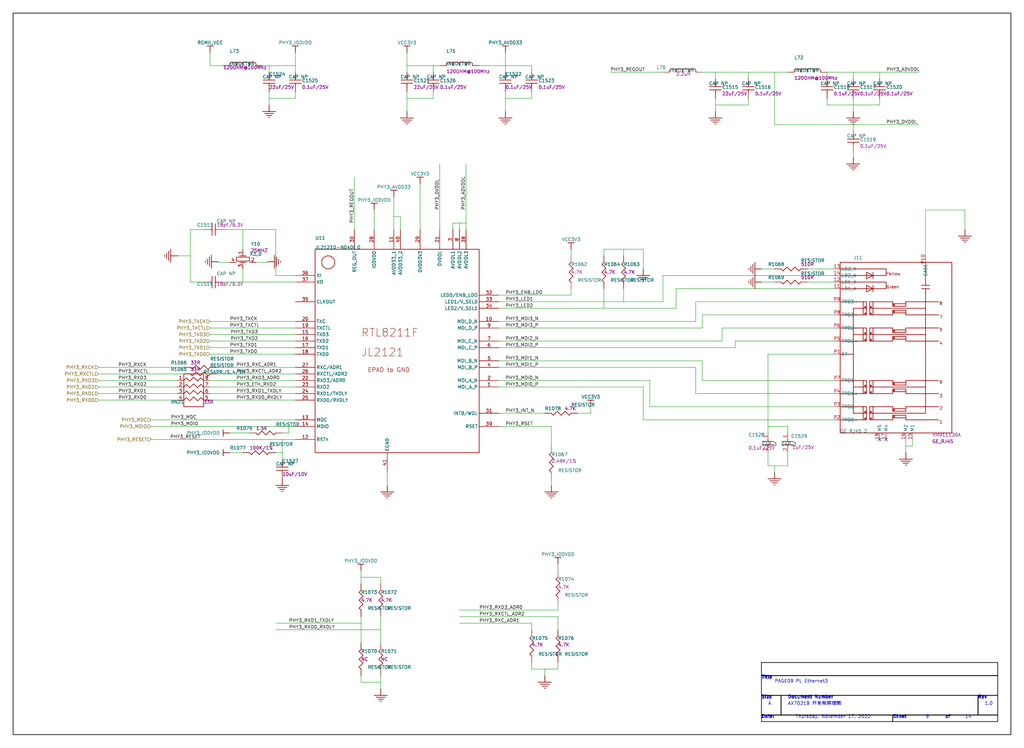
<source format=kicad_sch>
(kicad_sch (version 20231120) (generator "eeschema") (generator_version "8.0")
  (paper "User" 396.24 289.56)
  (title_block (title "PAGE09 PL Ethernet3"))
  (no_connect (at 342.9 170.18))
  (no_connect (at 340.36 170.18))
  (wire (pts (xy 38.1 149.86) (xy 68.58 149.86)))
  (wire (pts (xy 147.32 226.06) (xy 147.32 223.52)))
  (wire (pts (xy 269.24 152.4) (xy 322.58 152.4)))
  (wire (pts (xy 193.04 139.7) (xy 271.78 139.7)))
  (wire (pts (xy 38.1 144.78) (xy 71.12 144.78)))
  (wire (pts (xy 256.54 27.94) (xy 236.22 27.94)))
  (wire (pts (xy 193.04 160.02) (xy 210.82 160.02)))
  (wire (pts (xy 228.6 160.02) (xy 228.6 157.48)))
  (wire (pts (xy 193.04 134.62) (xy 284.48 134.62)))
  (wire (pts (xy 261.62 119.38) (xy 233.68 119.38)))
  (wire (pts (xy 81.28 137.16) (xy 114.3 137.16)))
  (wire (pts (xy 223.52 160.02) (xy 228.6 160.02)))
  (wire (pts (xy 358.14 99.06) (xy 358.14 81.28)))
  (wire (pts (xy 299.72 182.88) (xy 299.72 180.34)))
  (wire (pts (xy 78.74 109.22) (xy 73.66 109.22)))
  (wire (pts (xy 330.2 43.18) (xy 330.2 40.64)))
  (wire (pts (xy 330.2 40.64) (xy 330.2 38.1)))
  (wire (pts (xy 167.64 38.1) (xy 167.64 35.56)))
  (wire (pts (xy 215.9 220.98) (xy 215.9 218.44)))
  (wire (pts (xy 271.78 127) (xy 271.78 121.92)))
  (wire (pts (xy 271.78 147.32) (xy 322.58 147.32)))
  (wire (pts (xy 154.94 83.82) (xy 152.4 83.82)))
  (wire (pts (xy 213.36 187.96) (xy 213.36 185.42)))
  (wire (pts (xy 157.48 25.4) (xy 167.64 25.4)))
  (wire (pts (xy 241.3 116.84) (xy 241.3 111.76)))
  (wire (pts (xy 157.48 38.1) (xy 157.48 43.18)))
  (wire (pts (xy 180.34 63.5) (xy 180.34 86.36)))
  (wire (pts (xy 220.98 99.06) (xy 220.98 96.52)))
  (wire (pts (xy 330.2 48.26) (xy 355.6 48.26)))
  (wire (pts (xy 73.66 99.06) (xy 68.58 99.06)))
  (wire (pts (xy 279.4 127) (xy 322.58 127)))
  (wire (pts (xy 233.68 119.38) (xy 233.68 111.76)))
  (wire (pts (xy 297.18 180.34) (xy 297.18 175.26)))
  (wire (pts (xy 261.62 111.76) (xy 261.62 119.38)))
  (wire (pts (xy 297.18 165.1) (xy 297.18 137.16)))
  (wire (pts (xy 276.86 30.48) (xy 276.86 27.94)))
  (wire (pts (xy 177.8 241.3) (xy 205.74 241.3)))
  (wire (pts (xy 106.68 106.68) (xy 106.68 88.9)))
  (wire (pts (xy 81.28 149.86) (xy 114.3 149.86)))
  (wire (pts (xy 330.2 50.8) (xy 330.2 48.26)))
  (wire (pts (xy 241.3 96.52) (xy 241.3 99.06)))
  (wire (pts (xy 299.72 27.94) (xy 289.56 27.94)))
  (wire (pts (xy 147.32 243.84) (xy 147.32 238.76)))
  (wire (pts (xy 284.48 132.08) (xy 322.58 132.08)))
  (wire (pts (xy 251.46 157.48) (xy 322.58 157.48)))
  (wire (pts (xy 304.8 180.34) (xy 299.72 180.34)))
  (wire (pts (xy 193.04 149.86) (xy 248.92 149.86)))
  (wire (pts (xy 81.28 132.08) (xy 114.3 132.08)))
  (wire (pts (xy 38.1 154.94) (xy 68.58 154.94)))
  (wire (pts (xy 175.26 86.36) (xy 175.26 88.9)))
  (wire (pts (xy 193.04 142.24) (xy 269.24 142.24)))
  (wire (pts (xy 195.58 38.1) (xy 195.58 35.56)))
  (wire (pts (xy 81.28 152.4) (xy 114.3 152.4)))
  (wire (pts (xy 276.86 43.18) (xy 276.86 40.64)))
  (wire (pts (xy 111.76 167.64) (xy 111.76 165.1)))
  (wire (pts (xy 193.04 127) (xy 271.78 127)))
  (wire (pts (xy 139.7 223.52) (xy 139.7 220.98)))
  (wire (pts (xy 195.58 25.4) (xy 195.58 20.32)))
  (wire (pts (xy 152.4 83.82) (xy 152.4 76.2)))
  (wire (pts (xy 330.2 48.26) (xy 299.72 48.26)))
  (wire (pts (xy 83.82 142.24) (xy 114.3 142.24)))
  (wire (pts (xy 139.7 264.16) (xy 147.32 264.16)))
  (wire (pts (xy 299.72 104.14) (xy 294.64 104.14)))
  (wire (pts (xy 101.6 25.4) (xy 104.14 25.4)))
  (wire (pts (xy 106.68 241.3) (xy 139.7 241.3)))
  (wire (pts (xy 299.72 180.34) (xy 297.18 180.34)))
  (wire (pts (xy 157.48 25.4) (xy 157.48 20.32)))
  (wire (pts (xy 177.8 238.76) (xy 215.9 238.76)))
  (wire (pts (xy 177.8 86.36) (xy 175.26 86.36)))
  (wire (pts (xy 320.04 40.64) (xy 330.2 40.64)))
  (wire (pts (xy 322.58 111.76) (xy 261.62 111.76)))
  (wire (pts (xy 210.82 259.08) (xy 205.74 259.08)))
  (wire (pts (xy 38.1 142.24) (xy 71.12 142.24)))
  (wire (pts (xy 162.56 88.9) (xy 162.56 71.12)))
  (wire (pts (xy 114.3 106.68) (xy 106.68 106.68)))
  (wire (pts (xy 350.52 172.72) (xy 350.52 170.18)))
  (wire (pts (xy 144.78 88.9) (xy 144.78 81.28)))
  (wire (pts (xy 271.78 121.92) (xy 322.58 121.92)))
  (wire (pts (xy 93.98 88.9) (xy 93.98 96.52)))
  (wire (pts (xy 256.54 116.84) (xy 241.3 116.84)))
  (wire (pts (xy 233.68 99.06) (xy 233.68 96.52)))
  (wire (pts (xy 88.9 101.6) (xy 84.328 101.6)))
  (wire (pts (xy 114.3 109.22) (xy 93.98 109.22)))
  (wire (pts (xy 147.32 264.16) (xy 147.32 261.62)))
  (wire (pts (xy 322.58 104.14) (xy 312.42 104.14)))
  (wire (pts (xy 177.8 88.9) (xy 177.8 86.36)))
  (wire (pts (xy 215.9 243.84) (xy 215.9 238.76)))
  (wire (pts (xy 353.06 172.72) (xy 353.06 170.18)))
  (wire (pts (xy 241.3 96.52) (xy 248.92 96.52)))
  (wire (pts (xy 180.34 88.9) (xy 180.34 86.36)))
  (wire (pts (xy 157.48 38.1) (xy 167.64 38.1)))
  (wire (pts (xy 299.72 109.22) (xy 294.64 109.22)))
  (wire (pts (xy 358.14 81.28) (xy 373.38 81.28)))
  (wire (pts (xy 104.14 38.1) (xy 104.14 35.56)))
  (wire (pts (xy 58.42 170.18) (xy 109.22 170.18)))
  (wire (pts (xy 215.9 233.68) (xy 215.9 236.22)))
  (wire (pts (xy 157.48 27.94) (xy 157.48 25.4)))
  (wire (pts (xy 83.82 144.78) (xy 114.3 144.78)))
  (wire (pts (xy 205.74 259.08) (xy 205.74 256.54)))
  (wire (pts (xy 304.8 27.94) (xy 299.72 27.94)))
  (wire (pts (xy 340.36 30.48) (xy 340.36 27.94)))
  (wire (pts (xy 269.24 124.46) (xy 269.24 116.84)))
  (wire (pts (xy 109.22 175.26) (xy 109.22 170.18)))
  (wire (pts (xy 147.32 248.92) (xy 147.32 243.84)))
  (wire (pts (xy 322.58 162.56) (xy 248.92 162.56)))
  (wire (pts (xy 284.48 134.62) (xy 284.48 132.08)))
  (wire (pts (xy 104.14 25.4) (xy 114.3 25.4)))
  (wire (pts (xy 373.38 81.28) (xy 373.38 88.9)))
  (wire (pts (xy 322.58 106.68) (xy 256.54 106.68)))
  (wire (pts (xy 73.66 109.22) (xy 73.66 99.06)))
  (wire (pts (xy 58.42 165.1) (xy 111.76 165.1)))
  (wire (pts (xy 167.64 25.4) (xy 170.18 25.4)))
  (wire (pts (xy 269.24 116.84) (xy 322.58 116.84)))
  (wire (pts (xy 137.16 68.58) (xy 137.16 88.9)))
  (wire (pts (xy 180.34 86.36) (xy 177.8 86.36)))
  (wire (pts (xy 149.86 187.96) (xy 149.86 182.88)))
  (wire (pts (xy 81.28 124.46) (xy 114.3 124.46)))
  (wire (pts (xy 304.8 175.26) (xy 304.8 180.34)))
  (wire (pts (xy 304.8 165.1) (xy 297.18 165.1)))
  (wire (pts (xy 78.74 88.9) (xy 73.66 88.9)))
  (wire (pts (xy 152.4 88.9) (xy 152.4 83.82)))
  (wire (pts (xy 104.14 27.94) (xy 104.14 25.4)))
  (wire (pts (xy 157.48 35.56) (xy 157.48 38.1)))
  (wire (pts (xy 154.94 88.9) (xy 154.94 83.82)))
  (wire (pts (xy 330.2 40.64) (xy 340.36 40.64)))
  (wire (pts (xy 193.04 165.1) (xy 213.36 165.1)))
  (wire (pts (xy 84.328 101.6) (xy 84.328 101.346)))
  (wire (pts (xy 248.92 162.56) (xy 248.92 149.86)))
  (wire (pts (xy 103.632 101.6) (xy 103.632 101.346)))
  (wire (pts (xy 220.98 111.76) (xy 220.98 114.3)))
  (wire (pts (xy 215.9 256.54) (xy 215.9 259.08)))
  (wire (pts (xy 193.04 119.38) (xy 233.68 119.38)))
  (wire (pts (xy 177.8 236.22) (xy 215.9 236.22)))
  (wire (pts (xy 114.3 35.56) (xy 114.3 38.1)))
  (wire (pts (xy 304.8 167.64) (xy 304.8 165.1)))
  (wire (pts (xy 276.86 40.64) (xy 276.86 38.1)))
  (wire (pts (xy 93.98 88.9) (xy 86.36 88.9)))
  (wire (pts (xy 340.36 27.94) (xy 355.6 27.94)))
  (wire (pts (xy 93.98 109.22) (xy 86.36 109.22)))
  (wire (pts (xy 322.58 109.22) (xy 312.42 109.22)))
  (wire (pts (xy 340.36 40.64) (xy 340.36 38.1)))
  (wire (pts (xy 251.46 147.32) (xy 251.46 157.48)))
  (wire (pts (xy 289.56 30.48) (xy 289.56 27.94)))
  (wire (pts (xy 109.22 167.64) (xy 111.76 167.64)))
  (wire (pts (xy 205.74 25.4) (xy 195.58 25.4)))
  (wire (pts (xy 167.64 25.4) (xy 167.64 27.94)))
  (wire (pts (xy 38.1 147.32) (xy 68.58 147.32)))
  (wire (pts (xy 193.04 116.84) (xy 241.3 116.84)))
  (wire (pts (xy 193.04 124.46) (xy 269.24 124.46)))
  (wire (pts (xy 205.74 243.84) (xy 205.74 241.3)))
  (wire (pts (xy 320.04 38.1) (xy 320.04 40.64)))
  (wire (pts (xy 106.68 88.9) (xy 93.98 88.9)))
  (wire (pts (xy 350.52 172.72) (xy 353.06 172.72)))
  (wire (pts (xy 330.2 60.96) (xy 330.2 58.42)))
  (wire (pts (xy 279.4 132.08) (xy 279.4 127)))
  (wire (pts (xy 269.24 142.24) (xy 269.24 152.4)))
  (wire (pts (xy 289.56 38.1) (xy 289.56 40.64)))
  (wire (pts (xy 297.18 137.16) (xy 322.58 137.16)))
  (wire (pts (xy 73.66 88.9) (xy 73.66 99.06)))
  (wire (pts (xy 195.58 43.18) (xy 195.58 38.1)))
  (wire (pts (xy 114.3 25.4) (xy 114.3 20.32)))
  (wire (pts (xy 215.9 259.08) (xy 210.82 259.08)))
  (wire (pts (xy 233.68 96.52) (xy 241.3 96.52)))
  (wire (pts (xy 205.74 38.1) (xy 205.74 35.56)))
  (wire (pts (xy 139.7 226.06) (xy 139.7 223.52)))
  (wire (pts (xy 81.28 134.62) (xy 114.3 134.62)))
  (wire (pts (xy 147.32 223.52) (xy 139.7 223.52)))
  (wire (pts (xy 210.82 261.62) (xy 210.82 259.08)))
  (wire (pts (xy 170.18 63.5) (xy 170.18 88.9)))
  (wire (pts (xy 38.1 152.4) (xy 68.58 152.4)))
  (wire (pts (xy 299.72 48.26) (xy 299.72 27.94)))
  (wire (pts (xy 139.7 248.92) (xy 139.7 241.3)))
  (wire (pts (xy 114.3 25.4) (xy 114.3 27.94)))
  (wire (pts (xy 289.56 40.64) (xy 276.86 40.64)))
  (wire (pts (xy 320.04 30.48) (xy 320.04 27.94)))
  (wire (pts (xy 93.98 175.26) (xy 88.9 175.26)))
  (wire (pts (xy 81.28 25.4) (xy 81.28 20.32)))
  (wire (pts (xy 330.2 27.94) (xy 320.04 27.94)))
  (wire (pts (xy 96.52 167.64) (xy 88.9 167.64)))
  (wire (pts (xy 109.22 170.18) (xy 114.3 170.18)))
  (wire (pts (xy 106.68 243.84) (xy 147.32 243.84)))
  (wire (pts (xy 93.98 109.22) (xy 93.98 104.14)))
  (wire (pts (xy 297.18 167.64) (xy 297.18 165.1)))
  (wire (pts (xy 193.04 132.08) (xy 279.4 132.08)))
  (wire (pts (xy 109.22 177.8) (xy 109.22 175.26)))
  (wire (pts (xy 81.28 127) (xy 114.3 127)))
  (wire (pts (xy 81.28 147.32) (xy 114.3 147.32)))
  (wire (pts (xy 248.92 96.52) (xy 248.92 104.14)))
  (wire (pts (xy 256.54 106.68) (xy 256.54 116.84)))
  (wire (pts (xy 205.74 27.94) (xy 205.74 25.4)))
  (wire (pts (xy 147.32 266.7) (xy 147.32 264.16)))
  (wire (pts (xy 350.52 175.26) (xy 350.52 172.72)))
  (wire (pts (xy 86.36 25.4) (xy 81.28 25.4)))
  (wire (pts (xy 193.04 147.32) (xy 251.46 147.32)))
  (wire (pts (xy 289.56 27.94) (xy 276.86 27.94)))
  (wire (pts (xy 109.22 175.26) (xy 106.68 175.26)))
  (wire (pts (xy 114.3 38.1) (xy 104.14 38.1)))
  (wire (pts (xy 193.04 114.3) (xy 220.98 114.3)))
  (wire (pts (xy 139.7 241.3) (xy 139.7 238.76)))
  (wire (pts (xy 195.58 27.94) (xy 195.58 25.4)))
  (wire (pts (xy 104.14 40.64) (xy 104.14 38.1)))
  (wire (pts (xy 195.58 25.4) (xy 185.42 25.4)))
  (wire (pts (xy 330.2 27.94) (xy 330.2 30.48)))
  (wire (pts (xy 276.86 27.94) (xy 271.78 27.94)))
  (wire (pts (xy 213.36 172.72) (xy 213.36 165.1)))
  (wire (pts (xy 139.7 261.62) (xy 139.7 264.16)))
  (wire (pts (xy 114.3 165.1) (xy 111.76 165.1)))
  (wire (pts (xy 195.58 38.1) (xy 205.74 38.1)))
  (wire (pts (xy 81.28 154.94) (xy 114.3 154.94)))
  (wire (pts (xy 340.36 27.94) (xy 330.2 27.94)))
  (wire (pts (xy 271.78 139.7) (xy 271.78 147.32)))
  (wire (pts (xy 99.06 101.6) (xy 103.632 101.6)))
  (wire (pts (xy 58.42 162.56) (xy 114.3 162.56)))
  (wire (pts (xy 81.28 129.54) (xy 114.3 129.54)))
  (rectangle (start 386.08 276.86) (end 345.44 279.4) (stroke (width 0.254) (color 0 0 0 1)))
  (rectangle (start 345.44 276.86) (end 294.64 279.4) (stroke (width 0.254) (color 0 0 0 1)))
  (rectangle (start 378.46 269.24) (end 302.26 276.86) (stroke (width 0.254) (color 0 0 0 1)))
  (rectangle (start 386.08 256.54) (end 294.64 261.62) (stroke (width 0.254) (color 0 0 0 1)))
  (rectangle (start 391.16 5.08) (end 5.08 284.48) (stroke (width 0.254) (color 0 0 0 1)))
  (rectangle (start 302.26 269.24) (end 294.64 276.86) (stroke (width 0.254) (color 0 0 0 1)))
  (rectangle (start 386.08 269.24) (end 378.46 276.86) (stroke (width 0.254) (color 0 0 0 1)))
  (rectangle (start 386.08 261.62) (end 294.64 269.24) (stroke (width 0.254) (color 0 0 0 1)))
  (text "Size" (at 294.64 269.24 0) (effects (font (size 1.27 1.27)) (justify left top)))
  (text "of" (at 365.76 276.86 0) (effects (font (size 1.27 1.27)) (justify left top)))
  (text "Date:" (at 294.64 276.86 0) (effects (font (size 1.27 1.27)) (justify left top)))
  (text "Date:" (at 294.64 276.86 0) (effects (font (size 1.27 1.27)) (justify left top)))
  (text "Sheet" (at 345.44 276.86 0) (effects (font (size 1.27 1.27)) (justify left top)))
  (text "Title" (at 294.64 261.62 0) (effects (font (size 1.27 1.27)) (justify left top)))
  (text "Title" (at 294.64 261.62 0) (effects (font (size 1.27 1.27)) (justify left top)))
  (text "Rev" (at 378.46 269.24 0) (effects (font (size 1.27 1.27)) (justify left top)))
  (text "Document Number" (at 304.8 269.24 0) (effects (font (size 1.27 1.27)) (justify left top)))
  (text "Sheet" (at 345.44 276.86 0) (effects (font (size 1.27 1.27)) (justify left top)))
  (text "Rev" (at 378.46 269.24 0) (effects (font (size 1.27 1.27)) (justify left top)))
  (text "Document Number" (at 304.8 269.24 0) (effects (font (size 1.27 1.27)) (justify left top)))
  (text "Size" (at 294.64 269.24 0) (effects (font (size 1.27 1.27)) (justify left top)))
  (text "of" (at 365.76 276.86 0) (effects (font (size 1.27 1.27)) (justify left top)))
  (text "9" (at 358.14 276.86 0) (effects (font (size 1.27 1.27)) (justify left top)))
  (text "Document Number" (at 304.8 269.24 0) (effects (font (size 1.27 1.27)) (justify left top)))
  (text "A" (at 297.18 271.78 0) (effects (font (size 1.27 1.27)) (justify left top)))
  (text "Rev" (at 378.46 269.24 0) (effects (font (size 1.27 1.27)) (justify left top)))
  (text "Size" (at 294.64 269.24 0) (effects (font (size 1.27 1.27)) (justify left top)))
  (text "Document Number" (at 304.8 269.24 0) (effects (font (size 1.27 1.27)) (justify left top)))
  (text "Document Number" (at 304.8 269.24 0) (effects (font (size 1.27 1.27)) (justify left top)))
  (text "Title" (at 294.64 261.62 0) (effects (font (size 1.27 1.27)) (justify left top)))
  (text "Date:" (at 294.64 276.86 0) (effects (font (size 1.27 1.27)) (justify left top)))
  (text "Size" (at 294.64 269.24 0) (effects (font (size 1.27 1.27)) (justify left top)))
  (text "AX7021B 开发板原理图" (at 304.8 271.78 0) (effects (font (size 1.27 1.27)) (justify left top)))
  (text "Rev" (at 378.46 269.24 0) (effects (font (size 1.27 1.27)) (justify left top)))
  (text "1.0" (at 381 271.78 0) (effects (font (size 1.27 1.27)) (justify left top)))
  (text "Sheet" (at 345.44 276.86 0) (effects (font (size 1.27 1.27)) (justify left top)))
  (text "Document Number" (at 304.8 269.24 0) (effects (font (size 1.27 1.27)) (justify left top)))
  (text "Date:" (at 294.64 276.86 0) (effects (font (size 1.27 1.27)) (justify left top)))
  (text "of" (at 365.76 276.86 0) (effects (font (size 1.27 1.27)) (justify left top)))
  (text "PAGE09 PL Ethernet3" (at 299.72 263.144 0) (effects (font (size 1.27 1.27)) (justify left top)))
  (text "Sheet" (at 345.44 276.86 0) (effects (font (size 1.27 1.27)) (justify left top)))
  (text "Document Number" (at 304.8 269.24 0) (effects (font (size 1.27 1.27)) (justify left top)))
  (text "Rev" (at 378.46 269.24 0) (effects (font (size 1.27 1.27)) (justify left top)))
  (text "Title" (at 294.64 261.62 0) (effects (font (size 1.27 1.27)) (justify left top)))
  (text "Rev" (at 378.46 269.24 0) (effects (font (size 1.27 1.27)) (justify left top)))
  (text "of" (at 365.76 276.86 0) (effects (font (size 1.27 1.27)) (justify left top)))
  (text "of" (at 365.76 276.86 0) (effects (font (size 1.27 1.27)) (justify left top)))
  (text "of" (at 365.76 276.86 0) (effects (font (size 1.27 1.27)) (justify left top)))
  (text "Size" (at 294.64 269.24 0) (effects (font (size 1.27 1.27)) (justify left top)))
  (text "Size" (at 294.64 269.24 0) (effects (font (size 1.27 1.27)) (justify left top)))
  (text "Size" (at 294.64 269.24 0) (effects (font (size 1.27 1.27)) (justify left top)))
  (text "Sheet" (at 345.44 276.86 0) (effects (font (size 1.27 1.27)) (justify left top)))
  (text "Title" (at 294.64 261.62 0) (effects (font (size 1.27 1.27)) (justify left top)))
  (text "Sheet" (at 345.44 276.86 0) (effects (font (size 1.27 1.27)) (justify left top)))
  (text "Date:" (at 294.64 276.86 0) (effects (font (size 1.27 1.27)) (justify left top)))
  (text "Sheet" (at 345.44 276.86 0) (effects (font (size 1.27 1.27)) (justify left top)))
  (text "Sheet" (at 345.44 276.86 0) (effects (font (size 1.27 1.27)) (justify left top)))
  (text "Rev" (at 378.46 269.24 0) (effects (font (size 1.27 1.27)) (justify left top)))
  (text "of" (at 365.76 276.86 0) (effects (font (size 1.27 1.27)) (justify left top)))
  (text "Date:" (at 294.64 276.86 0) (effects (font (size 1.27 1.27)) (justify left top)))
  (text "Title" (at 294.64 261.62 0) (effects (font (size 1.27 1.27)) (justify left top)))
  (text "Size" (at 294.64 269.24 0) (effects (font (size 1.27 1.27)) (justify left top)))
  (text "Title" (at 294.64 261.62 0) (effects (font (size 1.27 1.27)) (justify left top)))
  (text "Thursday, November 17, 2022" (at 307.848 276.86 0) (effects (font (size 1.27 1.27)) (justify left top)))
  (text "Rev" (at 378.46 269.24 0) (effects (font (size 1.27 1.27)) (justify left top)))
  (text "Size" (at 294.64 269.24 0) (effects (font (size 1.27 1.27)) (justify left top)))
  (text "Date:" (at 294.64 276.86 0) (effects (font (size 1.27 1.27)) (justify left top)))
  (text "14" (at 373.38 276.86 0) (effects (font (size 1.27 1.27)) (justify left top)))
  (text "Title" (at 294.64 261.62 0) (effects (font (size 1.27 1.27)) (justify left top)))
  (text "Document Number" (at 304.8 269.24 0) (effects (font (size 1.27 1.27)) (justify left top)))
  (text "Date:" (at 294.64 276.86 0) (effects (font (size 1.27 1.27)) (justify left top)))
  (text "Document Number" (at 304.8 269.24 0) (effects (font (size 1.27 1.27)) (justify left top)))
  (text "of" (at 365.76 276.86 0) (effects (font (size 1.27 1.27)) (justify left top)))
  (text "Title" (at 294.64 261.62 0) (effects (font (size 1.27 1.27)) (justify left top)))
  (text "Date:" (at 294.64 276.86 0) (effects (font (size 1.27 1.27)) (justify left top)))
  (text "Sheet" (at 345.44 276.86 0) (effects (font (size 1.27 1.27)) (justify left top)))
  (text "Rev" (at 378.46 269.24 0) (effects (font (size 1.27 1.27)) (justify left top)))
  (text "of" (at 365.76 276.86 0) (effects (font (size 1.27 1.27)) (justify left top)))
  (label "PHY3_ENB_LDO" (at 195.58 114.3 0))
  (label "PHY3_TXCTL" (at 88.9 127 0))
  (label "PHY3_MDI3_P" (at 195.58 127 0))
  (label "PHY3_RXC_ADR1" (at 91.44 142.24 0))
  (label "PHY3_TXD1" (at 88.9 134.62 0))
  (label "PHY3_MDI2_N" (at 195.58 132.08 0))
  (label "PHY3_RXD0" (at 45.72 154.94 0))
  (label "PHY3_TXCK" (at 88.9 124.46 0))
  (label "PHY3_RSET" (at 195.58 165.1 0))
  (label "PHY3_REGOUT" (at 236.22 27.94 0))
  (label "PHY3_RXCTL_ADR2" (at 185.42 238.76 0))
  (label "PHY3_MDI1_N" (at 195.58 139.7 0))
  (label "PHY3_RXD0_RXDLY" (at 111.76 243.84 0))
  (label "PHY3_MDI1_P" (at 195.58 142.24 0))
  (label "PHY3_MDC" (at 66.04 162.56 0))
  (label "PHY3_TXD2" (at 89.154 132.08 0))
  (label "PHY3_RXD1" (at 45.72 152.4 0))
  (label "PHY3_LED1" (at 195.58 116.84 0))
  (label "PHY3_ETH_RXD2" (at 91.44 149.86 0))
  (label "PHY3_RXD1_TXDLY" (at 111.76 241.3 0))
  (label "PHY3_REGOUT" (at 137.16 86.36 90))
  (label "PHY3_RXCK" (at 45.72 142.24 0))
  (label "PHY3_RXD0_RXDLY" (at 91.44 154.94 0))
  (label "PHY3_INT_N" (at 195.58 160.02 0))
  (label "PHY3_DVDDL" (at 170.18 81.28 90))
  (label "PHY3_DVDDL" (at 342.9 48.26 0))
  (label "PHY3_RXD3" (at 45.72 147.32 0))
  (label "PHY3_RXD3_ADR0" (at 185.42 236.22 0))
  (label "PHY3_MDI0_P" (at 195.58 149.86 0))
  (label "PHY3_RXD3_ADR0" (at 91.44 147.32 0))
  (label "PHY3_TXD0" (at 88.9 137.16 0))
  (label "PHY3_MDI0_N" (at 195.58 147.32 0))
  (label "PHY3_RXC_ADR1" (at 185.42 241.3 0))
  (label "PHY3_RESET" (at 65.786 170.18 0))
  (label "PHY3_RXCTL" (at 45.72 144.78 0))
  (label "PHY3_RXCTL_ADR2" (at 91.44 144.78 0))
  (label "PHY3_MDI2_P" (at 195.58 134.62 0))
  (label "PHY3_TXD3" (at 89.154 129.54 0))
  (label "PHY3_ADVDDL" (at 180.34 81.28 90))
  (label "PHY3_MDI3_N" (at 195.58 124.46 0))
  (label "PHY3_LED2" (at 195.58 119.38 0))
  (label "PHY3_MDIO" (at 66.04 165.1 0))
  (label "PHY3_RXD1_TXDLY" (at 91.44 152.4 0))
  (label "PHY3_ADVDDL" (at 342.9 27.94 0))
  (label "PHY3_RXD2" (at 45.72 149.86 0))
  (hierarchical_label "PHY3_TXCK" (shape input) (at 81.28 124.46 180))
  (hierarchical_label "PHY3_RESET" (shape input) (at 58.42 170.18 180))
  (hierarchical_label "PHY3_RXD3" (shape input) (at 38.1 147.32 180))
  (hierarchical_label "PHY3_TXD2" (shape input) (at 81.28 132.08 180))
  (hierarchical_label "PHY3_RXCK" (shape input) (at 38.1 142.24 180))
  (hierarchical_label "PHY3_MDC" (shape input) (at 58.42 162.56 180))
  (hierarchical_label "PHY3_RXD0" (shape input) (at 38.1 154.94 180))
  (hierarchical_label "PHY3_RXCTL" (shape input) (at 38.1 144.78 180))
  (hierarchical_label "PHY3_TXD0" (shape input) (at 81.28 137.16 180))
  (hierarchical_label "PHY3_TXCTL" (shape input) (at 81.28 127 180))
  (hierarchical_label "PHY3_TXD1" (shape input) (at 81.28 134.62 180))
  (hierarchical_label "PHY3_RXD1" (shape input) (at 38.1 152.4 180))
  (hierarchical_label "PHY3_TXD3" (shape input) (at 81.28 129.54 180))
  (hierarchical_label "PHY3_RXD2" (shape input) (at 38.1 149.86 180))
  (hierarchical_label "PHY3_MDIO" (shape input) (at 58.42 165.1 180))
  (symbol (lib_id "getting sheets-altium-import:VCC3V3_BAR") (at 157.48 20.32 180) (unit 1)
    (property "Reference" "#PWR?" (effects (hide yes)))
    (property "Value" "VCC3V3" (at 157.48 16.51 0))
  )
  (symbol (lib_id "getting sheets-altium-import:GND_POWER_GROUND") (at 213.36 187.96 0) (unit 1)
    (property "Reference" "#PWR?" (effects (hide yes)))
    (property "Value" "GND" (effects (hide yes)))
  )
  (symbol (lib_id "getting sheets-altium-import:GND_POWER_GROUND") (at 330.2 60.96 0) (unit 1)
    (property "Reference" "#PWR?" (effects (hide yes)))
    (property "Value" "GND" (effects (hide yes)))
  )
  (symbol (lib_id "getting sheets-altium-import:VCC3V3_BAR") (at 162.56 71.12 180) (unit 1)
    (property "Reference" "#PWR?" (effects (hide yes)))
    (property "Value" "VCC3V3" (at 162.56 67.31 0))
  )
  (symbol (lib_id "getting sheets-altium-import:root_3_CAP NP") (at 83.82 106.68 0) (unit 1)
    (property "Reference" "C1514" (at 76.2 109.22 0) (effects (justify left top)))
    (property "Value" "CAP NP" (at 83.82 106.68 0) (effects (justify left bottom)))
    (property "SYMBOL" "CAP NP" (effects (hide yes)))
    (property "DEVICE" "CAP NP" (effects (hide yes)))
    (property "PCB FOOTPRINT" "C0402" (effects (hide yes)))
    (property "SOURCE PACKAGE" "CAP NP" (effects (hide yes)))
    (property "PRIMITIVE" "DEFAULT" (effects (hide yes)))
    (property "VA" "电容" (effects (hide yes)))
    (property "ALTIUM_VALUE" "18pF/6.3V" (at 83.82 109.22 0) (effects (justify left top)))
    (property "IMPLEMENTATION TYPE" "<none>" (effects (hide yes)))
    (property "POWER PINS VISIBLE" "False" (effects (hide yes)))
    (property "ADD INTO BOM" "yes" (effects (hide yes)))
    (property "CONVERT TO PCB" "yes" (effects (hide yes)))
    (property "ORIGIN FOOTPRINT" "C0402" (effects (hide yes)))
  )
  (symbol (lib_id "getting sheets-altium-import:GND_POWER_GROUND") (at 294.64 104.14 270) (unit 1)
    (property "Reference" "#PWR?" (effects (hide yes)))
    (property "Value" "GND" (effects (hide yes)))
  )
  (symbol (lib_id "getting sheets-altium-import:VCC3V3_BAR") (at 228.6 157.48 180) (unit 1)
    (property "Reference" "#PWR?" (effects (hide yes)))
    (property "Value" "VCC3V3" (at 228.6 153.67 0))
  )
  (symbol (lib_id "getting sheets-altium-import:RGMII_VCC_BAR") (at 81.28 20.32 180) (unit 1)
    (property "Reference" "#PWR?" (effects (hide yes)))
    (property "Value" "RGMII_VCC" (at 81.28 16.51 0))
  )
  (symbol (lib_id "getting sheets-altium-import:root_0_CAP NP") (at 317.5 33.02 0) (unit 1)
    (property "Reference" "C1518" (at 322.58 33.02 0) (effects (justify left top)))
    (property "Value" "CAP NP" (at 317.5 33.02 0) (effects (justify left bottom)))
    (property "SYMBOL" "CAP NP" (effects (hide yes)))
    (property "DEVICE" "CAP NP" (effects (hide yes)))
    (property "PCB FOOTPRINT" "C0402" (effects (hide yes)))
    (property "SOURCE PACKAGE" "CAP NP" (effects (hide yes)))
    (property "PRIMITIVE" "DEFAULT" (effects (hide yes)))
    (property "VA" "电容" (effects (hide yes)))
    (property "ALTIUM_VALUE" "0.1uF/25V" (at 322.58 35.56 0) (effects (justify left top)))
    (property "IMPLEMENTATION TYPE" "<none>" (effects (hide yes)))
    (property "POWER PINS VISIBLE" "False" (effects (hide yes)))
    (property "ADD INTO BOM" "yes" (effects (hide yes)))
    (property "CONVERT TO PCB" "yes" (effects (hide yes)))
    (property "ORIGIN FOOTPRINT" "C0402" (effects (hide yes)))
  )
  (symbol (lib_id "getting sheets-altium-import:root_2_RESISTOR") (at 142.24 259.08 0) (unit 1)
    (property "Reference" "R1070" (at 139.7 251.46 0) (effects (justify left top)))
    (property "Value" "RESISTOR" (at 142.24 259.08 0) (effects (justify left bottom)))
    (property "SYMBOL" "RESISTOR" (effects (hide yes)))
    (property "DEVICE" "RESISTOR" (effects (hide yes)))
    (property "PCB FOOTPRINT" "R0402" (effects (hide yes)))
    (property "SOURCE PACKAGE" "RESISTOR" (effects (hide yes)))
    (property "PRIMITIVE" "DEFAULT" (effects (hide yes)))
    (property "VA" "电阻" (effects (hide yes)))
    (property "ALTIUM_VALUE" "NC" (at 139.7 254.508 0) (effects (justify left top)))
    (property "IMPLEMENTATION TYPE" "<none>" (effects (hide yes)))
    (property "POWER PINS VISIBLE" "False" (effects (hide yes)))
    (property "ADD INTO BOM" "yes" (effects (hide yes)))
    (property "CONVERT TO PCB" "yes" (effects (hide yes)))
    (property "ORIGIN FOOTPRINT" "R0402" (effects (hide yes)))
  )
  (symbol (lib_id "getting sheets-altium-import:root_3_RESISTOR") (at 104.14 172.72 0) (unit 1)
    (property "Reference" "R1077" (at 88.9 172.72 0) (effects (justify left top)))
    (property "Value" "RESISTOR" (at 104.14 172.72 0) (effects (justify left bottom)))
    (property "SYMBOL" "RESISTOR" (effects (hide yes)))
    (property "DEVICE" "RESISTOR" (effects (hide yes)))
    (property "PCB FOOTPRINT" "R0402" (effects (hide yes)))
    (property "SOURCE PACKAGE" "RESISTOR" (effects (hide yes)))
    (property "PRIMITIVE" "DEFAULT" (effects (hide yes)))
    (property "VA" "电阻" (effects (hide yes)))
    (property "ALTIUM_VALUE" "100K/1%" (at 96.52 172.72 0) (effects (justify left top)))
    (property "IMPLEMENTATION TYPE" "<none>" (effects (hide yes)))
    (property "POWER PINS VISIBLE" "False" (effects (hide yes)))
    (property "ADD INTO BOM" "yes" (effects (hide yes)))
    (property "CONVERT TO PCB" "yes" (effects (hide yes)))
    (property "ORIGIN FOOTPRINT" "R0402" (effects (hide yes)))
  )
  (symbol (lib_id "getting sheets-altium-import:root_1_INDUCTOR") (at 88.9 25.4 0) (unit 1)
    (property "Reference" "L73" (at 88.9 19.05 0) (effects (justify left top)))
    (property "Value" "INDUCTOR" (at 88.9 25.4 0) (effects (justify left bottom)))
    (property "SYMBOL" "INDUCTOR" (effects (hide yes)))
    (property "DEVICE" "INDUCTOR" (effects (hide yes)))
    (property "PCB FOOTPRINT" "L0603" (effects (hide yes)))
    (property "SOURCE PACKAGE" "INDUCTOR" (effects (hide yes)))
    (property "PRIMITIVE" "DEFAULT" (effects (hide yes)))
    (property "VA" "磁珠" (effects (hide yes)))
    (property "ALTIUM_VALUE" "120OHM@100Mhz" (at 86.36 25.4 0) (effects (justify left top)))
    (property "IMPLEMENTATION TYPE" "<none>" (effects (hide yes)))
    (property "POWER PINS VISIBLE" "False" (effects (hide yes)))
    (property "ADD INTO BOM" "yes" (effects (hide yes)))
    (property "CONVERT TO PCB" "yes" (effects (hide yes)))
    (property "ORIGIN FOOTPRINT" "L0603" (effects (hide yes)))
  )
  (symbol (lib_id "getting sheets-altium-import:PHY3_IODVDD_BAR") (at 139.7 220.98 180) (unit 1)
    (property "Reference" "#PWR?" (effects (hide yes)))
    (property "Value" "PHY3_IODVDD" (at 139.7 217.17 0))
  )
  (symbol (lib_id "getting sheets-altium-import:root_0_CAP NP") (at 193.04 30.48 0) (unit 1)
    (property "Reference" "C1522" (at 195.58 27.94 0) (effects (justify left top)))
    (property "Value" "CAP NP" (at 193.04 30.48 0) (effects (justify left bottom)))
    (property "SYMBOL" "CAP NP" (effects (hide yes)))
    (property "DEVICE" "CAP NP" (effects (hide yes)))
    (property "PCB FOOTPRINT" "C0402" (effects (hide yes)))
    (property "SOURCE PACKAGE" "CAP NP" (effects (hide yes)))
    (property "PRIMITIVE" "DEFAULT" (effects (hide yes)))
    (property "VA" "电容" (effects (hide yes)))
    (property "ALTIUM_VALUE" "0.1uF/25V" (at 195.58 33.02 0) (effects (justify left top)))
    (property "IMPLEMENTATION TYPE" "<none>" (effects (hide yes)))
    (property "POWER PINS VISIBLE" "False" (effects (hide yes)))
    (property "ADD INTO BOM" "yes" (effects (hide yes)))
    (property "CONVERT TO PCB" "yes" (effects (hide yes)))
    (property "ORIGIN FOOTPRINT" "C0402" (effects (hide yes)))
  )
  (symbol (lib_id "getting sheets-altium-import:root_3_RESISTOR") (at 309.88 101.6 0) (unit 1)
    (property "Reference" "R1068" (at 297.18 101.6 0) (effects (justify left top)))
    (property "Value" "RESISTOR" (at 309.88 101.6 0) (effects (justify left bottom)))
    (property "SYMBOL" "RESISTOR" (effects (hide yes)))
    (property "DEVICE" "RESISTOR" (effects (hide yes)))
    (property "PCB FOOTPRINT" "R0402" (effects (hide yes)))
    (property "SOURCE PACKAGE" "RESISTOR" (effects (hide yes)))
    (property "PRIMITIVE" "DEFAULT" (effects (hide yes)))
    (property "VA" "电阻" (effects (hide yes)))
    (property "ALTIUM_VALUE" "510R" (at 309.88 101.6 0) (effects (justify left top)))
    (property "IMPLEMENTATION TYPE" "<none>" (effects (hide yes)))
    (property "POWER PINS VISIBLE" "False" (effects (hide yes)))
    (property "ADD INTO BOM" "yes" (effects (hide yes)))
    (property "CONVERT TO PCB" "yes" (effects (hide yes)))
    (property "ORIGIN FOOTPRINT" "R0402" (effects (hide yes)))
  )
  (symbol (lib_id "getting sheets-altium-import:root_2_RESISTOR") (at 243.84 109.22 0) (unit 1)
    (property "Reference" "R1063" (at 241.3 101.6 0) (effects (justify left top)))
    (property "Value" "RESISTOR" (at 243.84 109.22 0) (effects (justify left bottom)))
    (property "SYMBOL" "RESISTOR" (effects (hide yes)))
    (property "DEVICE" "RESISTOR" (effects (hide yes)))
    (property "PCB FOOTPRINT" "R0402" (effects (hide yes)))
    (property "SOURCE PACKAGE" "RESISTOR" (effects (hide yes)))
    (property "PRIMITIVE" "DEFAULT" (effects (hide yes)))
    (property "VA" "电阻" (effects (hide yes)))
    (property "ALTIUM_VALUE" "4.7K" (at 241.3 104.648 0) (effects (justify left top)))
    (property "IMPLEMENTATION TYPE" "<none>" (effects (hide yes)))
    (property "POWER PINS VISIBLE" "False" (effects (hide yes)))
    (property "ADD INTO BOM" "yes" (effects (hide yes)))
    (property "CONVERT TO PCB" "yes" (effects (hide yes)))
    (property "ORIGIN FOOTPRINT" "R0402" (effects (hide yes)))
  )
  (symbol (lib_id "getting sheets-altium-import:root_2_RESISTOR") (at 208.28 254 0) (unit 1)
    (property "Reference" "R1075" (at 205.74 246.38 0) (effects (justify left top)))
    (property "Value" "RESISTOR" (at 208.28 254 0) (effects (justify left bottom)))
    (property "SYMBOL" "RESISTOR" (effects (hide yes)))
    (property "DEVICE" "RESISTOR" (effects (hide yes)))
    (property "PCB FOOTPRINT" "R0402" (effects (hide yes)))
    (property "SOURCE PACKAGE" "RESISTOR" (effects (hide yes)))
    (property "PRIMITIVE" "DEFAULT" (effects (hide yes)))
    (property "VA" "电阻" (effects (hide yes)))
    (property "ALTIUM_VALUE" "4.7K" (at 205.74 248.92 0) (effects (justify left top)))
    (property "IMPLEMENTATION TYPE" "<none>" (effects (hide yes)))
    (property "POWER PINS VISIBLE" "False" (effects (hide yes)))
    (property "ADD INTO BOM" "yes" (effects (hide yes)))
    (property "CONVERT TO PCB" "yes" (effects (hide yes)))
    (property "ORIGIN FOOTPRINT" "R0402" (effects (hide yes)))
  )
  (symbol (lib_id "getting sheets-altium-import:GND_POWER_GROUND") (at 294.64 109.22 270) (unit 1)
    (property "Reference" "#PWR?" (effects (hide yes)))
    (property "Value" "GND" (effects (hide yes)))
  )
  (symbol (lib_id "getting sheets-altium-import:root_3_RESISTOR") (at 309.88 106.68 0) (unit 1)
    (property "Reference" "R1069" (at 297.18 106.68 0) (effects (justify left top)))
    (property "Value" "RESISTOR" (at 309.88 106.68 0) (effects (justify left bottom)))
    (property "SYMBOL" "RESISTOR" (effects (hide yes)))
    (property "DEVICE" "RESISTOR" (effects (hide yes)))
    (property "PCB FOOTPRINT" "R0402" (effects (hide yes)))
    (property "SOURCE PACKAGE" "RESISTOR" (effects (hide yes)))
    (property "PRIMITIVE" "DEFAULT" (effects (hide yes)))
    (property "VA" "电阻" (effects (hide yes)))
    (property "ALTIUM_VALUE" "510R" (at 309.88 106.68 0) (effects (justify left top)))
    (property "IMPLEMENTATION TYPE" "<none>" (effects (hide yes)))
    (property "POWER PINS VISIBLE" "False" (effects (hide yes)))
    (property "ADD INTO BOM" "yes" (effects (hide yes)))
    (property "CONVERT TO PCB" "yes" (effects (hide yes)))
    (property "ORIGIN FOOTPRINT" "R0402" (effects (hide yes)))
  )
  (symbol (lib_id "getting sheets-altium-import:root_0_CAP NP") (at 274.32 33.02 0) (unit 1)
    (property "Reference" "C1515" (at 279.4 33.02 0) (effects (justify left top)))
    (property "Value" "CAP NP" (at 274.32 33.02 0) (effects (justify left bottom)))
    (property "SYMBOL" "CAP NP" (effects (hide yes)))
    (property "DEVICE" "CAP NP" (effects (hide yes)))
    (property "PCB FOOTPRINT" "C0805" (effects (hide yes)))
    (property "SOURCE PACKAGE" "CAP NP" (effects (hide yes)))
    (property "PRIMITIVE" "DEFAULT" (effects (hide yes)))
    (property "VA" "电容" (effects (hide yes)))
    (property "ALTIUM_VALUE" "22uF/25V" (at 279.4 35.56 0) (effects (justify left top)))
    (property "IMPLEMENTATION TYPE" "<none>" (effects (hide yes)))
    (property "POWER PINS VISIBLE" "False" (effects (hide yes)))
    (property "ADD INTO BOM" "yes" (effects (hide yes)))
    (property "CONVERT TO PCB" "yes" (effects (hide yes)))
    (property "ORIGIN FOOTPRINT" "C0805" (effects (hide yes)))
  )
  (symbol (lib_id "getting sheets-altium-import:PHY3_IODVDD_BAR") (at 114.3 20.32 180) (unit 1)
    (property "Reference" "#PWR?" (effects (hide yes)))
    (property "Value" "PHY3_IODVDD" (at 114.3 16.51 0))
  )
  (symbol (lib_id "getting sheets-altium-import:GND_POWER_GROUND") (at 195.58 43.18 0) (unit 1)
    (property "Reference" "#PWR?" (effects (hide yes)))
    (property "Value" "GND" (effects (hide yes)))
  )
  (symbol (lib_id "getting sheets-altium-import:root_1_INDUCTOR") (at 259.08 27.94 0) (unit 1)
    (property "Reference" "L70" (at 254 25.4 0) (effects (justify left top)))
    (property "Value" "INDUCTOR" (at 259.08 27.94 0) (effects (justify left bottom)))
    (property "SYMBOL" "INDUCTOR" (effects (hide yes)))
    (property "DEVICE" "INDUCTOR" (effects (hide yes)))
    (property "PCB FOOTPRINT" "LVS303010" (effects (hide yes)))
    (property "SOURCE PACKAGE" "INDUCTOR" (effects (hide yes)))
    (property "PRIMITIVE" "DEFAULT" (effects (hide yes)))
    (property "VA" "电感" (effects (hide yes)))
    (property "ALTIUM_VALUE" "2.2uH" (at 261.62 27.94 0) (effects (justify left top)))
    (property "IMPLEMENTATION TYPE" "<none>" (effects (hide yes)))
    (property "POWER PINS VISIBLE" "False" (effects (hide yes)))
    (property "ADD INTO BOM" "yes" (effects (hide yes)))
    (property "CONVERT TO PCB" "yes" (effects (hide yes)))
    (property "ORIGIN FOOTPRINT" "LVS303010" (effects (hide yes)))
  )
  (symbol (lib_id "getting sheets-altium-import:PHY3_AVDD33_BAR") (at 195.58 20.32 180) (unit 1)
    (property "Reference" "#PWR?" (effects (hide yes)))
    (property "Value" "PHY3_AVDD33" (at 195.58 16.51 0))
  )
  (symbol (lib_id "getting sheets-altium-import:root_2_RESISTOR") (at 149.86 236.22 0) (unit 1)
    (property "Reference" "R1072" (at 147.32 228.6 0) (effects (justify left top)))
    (property "Value" "RESISTOR" (at 149.86 236.22 0) (effects (justify left bottom)))
    (property "SYMBOL" "RESISTOR" (effects (hide yes)))
    (property "DEVICE" "RESISTOR" (effects (hide yes)))
    (property "PCB FOOTPRINT" "R0402" (effects (hide yes)))
    (property "SOURCE PACKAGE" "RESISTOR" (effects (hide yes)))
    (property "PRIMITIVE" "DEFAULT" (effects (hide yes)))
    (property "VA" "电阻" (effects (hide yes)))
    (property "ALTIUM_VALUE" "4.7K" (at 147.32 231.648 0) (effects (justify left top)))
    (property "IMPLEMENTATION TYPE" "<none>" (effects (hide yes)))
    (property "POWER PINS VISIBLE" "False" (effects (hide yes)))
    (property "ADD INTO BOM" "yes" (effects (hide yes)))
    (property "CONVERT TO PCB" "yes" (effects (hide yes)))
    (property "ORIGIN FOOTPRINT" "R0402" (effects (hide yes)))
  )
  (symbol (lib_id "getting sheets-altium-import:root_2_mirrored_GE_RJ45_2") (at 325.12 167.64 0) (unit 1)
    (property "Reference" "J11" (at 330.2 99.06 0) (effects (justify left top)))
    (property "Value" "GE_RJ45_2" (at 325.12 167.64 0) (effects (justify left bottom)))
    (property "SYMBOL" "GE_RJ45_2" (effects (hide yes)))
    (property "DEVICE" "GE_RJ45_2" (effects (hide yes)))
    (property "PCB FOOTPRINT" "GE_RJ45" (at 360.68 170.18 0) (effects (justify left top)))
    (property "SOURCE PACKAGE" "GE_RJ45_2" (effects (hide yes)))
    (property "PRIMITIVE" "DEFAULT" (effects (hide yes)))
    (property "VA" "网口插件" (effects (hide yes)))
    (property "ALTIUM_VALUE" "HR911130A" (at 360.68 167.64 0) (effects (justify left top)))
    (property "IMPLEMENTATION TYPE" "<none>" (effects (hide yes)))
    (property "POWER PINS VISIBLE" "False" (effects (hide yes)))
    (property "CODE" "NSCN000056" (effects (hide yes)))
    (property "ADD INTO BOM" "yes" (effects (hide yes)))
    (property "CONVERT TO PCB" "yes" (effects (hide yes)))
    (property "ORIGIN FOOTPRINT" "GE_RJ45" (at 360.68 170.18 0) (effects (justify left top)))
  )
  (symbol (lib_id "getting sheets-altium-import:root_0_mirrored_X3_0") (at 96.52 99.06 0) (unit 1)
    (property "Reference" "Y10" (at 97.028 93.726 0) (effects (justify left top)))
    (property "Value" "X3_0" (at 96.52 99.06 0) (effects (justify left bottom)))
    (property "SYMBOL" "X3_0" (effects (hide yes)))
    (property "DEVICE" "X3_0" (effects (hide yes)))
    (property "PCB FOOTPRINT" "OSC3225" (effects (hide yes)))
    (property "SOURCE PACKAGE" "X3_0" (effects (hide yes)))
    (property "PRIMITIVE" "DEFAULT" (effects (hide yes)))
    (property "VA" "无源晶振" (effects (hide yes)))
    (property "ALTIUM_VALUE" "25MHZ" (at 97.028 96.266 0) (effects (justify left top)))
    (property "IMPLEMENTATION TYPE" "<none>" (effects (hide yes)))
    (property "POWER PINS VISIBLE" "False" (effects (hide yes)))
    (property "ADD INTO BOM" "yes" (effects (hide yes)))
    (property "CONVERT TO PCB" "yes" (effects (hide yes)))
    (property "ORIGIN FOOTPRINT" "OSC3225" (effects (hide yes)))
  )
  (symbol (lib_id "getting sheets-altium-import:root_0_CAP NP") (at 111.76 30.48 0) (unit 1)
    (property "Reference" "C1525" (at 116.84 30.48 0) (effects (justify left top)))
    (property "Value" "CAP NP" (at 111.76 30.48 0) (effects (justify left bottom)))
    (property "SYMBOL" "CAP NP" (effects (hide yes)))
    (property "DEVICE" "CAP NP" (effects (hide yes)))
    (property "PCB FOOTPRINT" "C0402" (effects (hide yes)))
    (property "SOURCE PACKAGE" "CAP NP" (effects (hide yes)))
    (property "PRIMITIVE" "DEFAULT" (effects (hide yes)))
    (property "VA" "电容" (effects (hide yes)))
    (property "ALTIUM_VALUE" "0.1uF/25V" (at 116.84 33.02 0) (effects (justify left top)))
    (property "IMPLEMENTATION TYPE" "<none>" (effects (hide yes)))
    (property "POWER PINS VISIBLE" "False" (effects (hide yes)))
    (property "ADD INTO BOM" "yes" (effects (hide yes)))
    (property "CONVERT TO PCB" "yes" (effects (hide yes)))
    (property "ORIGIN FOOTPRINT" "C0402" (effects (hide yes)))
  )
  (symbol (lib_id "getting sheets-altium-import:root_3_RESISTOR") (at 81.28 139.7 0) (unit 1)
    (property "Reference" "R1066" (at 66.04 139.7 0) (effects (justify left top)))
    (property "Value" "RESISTOR" (at 81.28 139.7 0) (effects (justify left bottom)))
    (property "SYMBOL" "RESISTOR" (effects (hide yes)))
    (property "DEVICE" "RESISTOR" (effects (hide yes)))
    (property "PCB FOOTPRINT" "R0402" (effects (hide yes)))
    (property "SOURCE PACKAGE" "RESISTOR" (effects (hide yes)))
    (property "PRIMITIVE" "DEFAULT" (effects (hide yes)))
    (property "VA" "电阻" (effects (hide yes)))
    (property "ALTIUM_VALUE" "33R" (at 73.66 139.7 0) (effects (justify left top)))
    (property "IMPLEMENTATION TYPE" "<none>" (effects (hide yes)))
    (property "POWER PINS VISIBLE" "False" (effects (hide yes)))
    (property "ADD INTO BOM" "yes" (effects (hide yes)))
    (property "CONVERT TO PCB" "yes" (effects (hide yes)))
    (property "ORIGIN FOOTPRINT" "R0402" (effects (hide yes)))
  )
  (symbol (lib_id "getting sheets-altium-import:root_1_INDUCTOR") (at 307.34 27.94 0) (unit 1)
    (property "Reference" "L72" (at 307.34 21.59 0) (effects (justify left top)))
    (property "Value" "INDUCTOR" (at 307.34 27.94 0) (effects (justify left bottom)))
    (property "SYMBOL" "INDUCTOR" (effects (hide yes)))
    (property "DEVICE" "INDUCTOR" (effects (hide yes)))
    (property "PCB FOOTPRINT" "L0603" (effects (hide yes)))
    (property "SOURCE PACKAGE" "INDUCTOR" (effects (hide yes)))
    (property "PRIMITIVE" "DEFAULT" (effects (hide yes)))
    (property "VA" "磁珠" (effects (hide yes)))
    (property "ALTIUM_VALUE" "120OHM@100Mhz" (at 307.34 29.464 0) (effects (justify left top)))
    (property "IMPLEMENTATION TYPE" "<none>" (effects (hide yes)))
    (property "POWER PINS VISIBLE" "False" (effects (hide yes)))
    (property "ADD INTO BOM" "yes" (effects (hide yes)))
    (property "CONVERT TO PCB" "yes" (effects (hide yes)))
    (property "ORIGIN FOOTPRINT" "L0603" (effects (hide yes)))
  )
  (symbol (lib_id "getting sheets-altium-import:GND_POWER_GROUND") (at 84.328 101.346 270) (unit 1)
    (property "Reference" "#PWR?" (effects (hide yes)))
    (property "Value" "GND" (effects (hide yes)))
  )
  (symbol (lib_id "getting sheets-altium-import:GND_POWER_GROUND") (at 276.86 43.18 0) (unit 1)
    (property "Reference" "#PWR?" (effects (hide yes)))
    (property "Value" "GND" (effects (hide yes)))
  )
  (symbol (lib_id "getting sheets-altium-import:GND_POWER_GROUND") (at 103.632 101.346 90) (unit 1)
    (property "Reference" "#PWR?" (effects (hide yes)))
    (property "Value" "GND" (effects (hide yes)))
  )
  (symbol (lib_id "getting sheets-altium-import:root_0_CAP NP") (at 287.02 33.02 0) (unit 1)
    (property "Reference" "C1516" (at 292.1 33.02 0) (effects (justify left top)))
    (property "Value" "CAP NP" (at 287.02 33.02 0) (effects (justify left bottom)))
    (property "SYMBOL" "CAP NP" (effects (hide yes)))
    (property "DEVICE" "CAP NP" (effects (hide yes)))
    (property "PCB FOOTPRINT" "C0402" (effects (hide yes)))
    (property "SOURCE PACKAGE" "CAP NP" (effects (hide yes)))
    (property "PRIMITIVE" "DEFAULT" (effects (hide yes)))
    (property "VA" "电容" (effects (hide yes)))
    (property "ALTIUM_VALUE" "0.1uF/25V" (at 292.1 35.56 0) (effects (justify left top)))
    (property "IMPLEMENTATION TYPE" "<none>" (effects (hide yes)))
    (property "POWER PINS VISIBLE" "False" (effects (hide yes)))
    (property "ADD INTO BOM" "yes" (effects (hide yes)))
    (property "CONVERT TO PCB" "yes" (effects (hide yes)))
    (property "ORIGIN FOOTPRINT" "C0402" (effects (hide yes)))
  )
  (symbol (lib_id "getting sheets-altium-import:root_1_CAP_3") (at 294.64 172.72 0) (unit 1)
    (property "Reference" "C1528" (at 289.56 167.64 0) (effects (justify left top)))
    (property "Value" "CAP_3" (at 294.64 172.72 0) (effects (justify left bottom)))
    (property "SYMBOL" "CAP_3" (effects (hide yes)))
    (property "DEVICE" "CAP_3" (effects (hide yes)))
    (property "PCB FOOTPRINT" "C0402" (effects (hide yes)))
    (property "SOURCE PACKAGE" "CAP_3" (effects (hide yes)))
    (property "PRIMITIVE" "DEFAULT" (effects (hide yes)))
    (property "VA" "电容" (effects (hide yes)))
    (property "PART NUMBER" "1A20-009R600" (effects (hide yes)))
    (property "COMPTYPE" "刚玻/%182%q玻" (effects (hide yes)))
    (property "PACKAGE TYPE" "0402" (effects (hide yes)))
    (property "VALUE1" "10V" (effects (hide yes)))
    (property "VALUE2" "X5R" (effects (hide yes)))
    (property "PITCH" "N/A" (effects (hide yes)))
    (property "TOLERANCE" "+-10%" (effects (hide yes)))
    (property "MANUFACTURER'S PART NUMBER" "GRM155R61A104KA01D(GRM36X5R104K10)(RoHS)" (effects (hide yes)))
    (property "MANUFACTURER" "MURATA" (effects (hide yes)))
    (property "AP" "Y" (effects (hide yes)))
    (property "ITEM_PRIORITY" "B" (effects (hide yes)))
    (property "LIFE_CYCLE_FLAG" "4" (effects (hide yes)))
    (property "DFM" "X" (effects (hide yes)))
    (property "PPL_FLAG" "X" (effects (hide yes)))
    (property "PEGATRON_PART_NUMBER" "1A20-009R600" (effects (hide yes)))
    (property "ORDER_SEQ" "6" (effects (hide yes)))
    (property "FULL_LEAD_TIME" "42" (effects (hide yes)))
    (property "ALTIUM_VALUE" "0.1uF/25V" (at 289.56 172.72 0) (effects (justify left top)))
    (property "IMPLEMENTATION TYPE" "<none>" (effects (hide yes)))
    (property "POWER PINS VISIBLE" "False" (effects (hide yes)))
    (property "ADD INTO BOM" "yes" (effects (hide yes)))
    (property "CONVERT TO PCB" "yes" (effects (hide yes)))
    (property "ORIGIN FOOTPRINT" "C0402" (effects (hide yes)))
  )
  (symbol (lib_id "getting sheets-altium-import:GND_POWER_GROUND") (at 373.38 88.9 0) (unit 1)
    (property "Reference" "#PWR?" (effects (hide yes)))
    (property "Value" "GND" (effects (hide yes)))
  )
  (symbol (lib_id "getting sheets-altium-import:root_1_CAP_3") (at 302.26 172.72 0) (unit 1)
    (property "Reference" "C1529" (at 306.07 168.148 0) (effects (justify left top)))
    (property "Value" "CAP_3" (at 302.26 172.72 0) (effects (justify left bottom)))
    (property "SYMBOL" "CAP_3" (effects (hide yes)))
    (property "DEVICE" "CAP_3" (effects (hide yes)))
    (property "PCB FOOTPRINT" "C0402" (effects (hide yes)))
    (property "SOURCE PACKAGE" "CAP_3" (effects (hide yes)))
    (property "PRIMITIVE" "DEFAULT" (effects (hide yes)))
    (property "VA" "电容" (effects (hide yes)))
    (property "PART NUMBER" "1A30-00W6600" (effects (hide yes)))
    (property "COMPTYPE" "刚玻/%182%q玻" (effects (hide yes)))
    (property "PACKAGE TYPE" "0603" (effects (hide yes)))
    (property "VALUE1" "10V" (effects (hide yes)))
    (property "VALUE2" "X5R" (effects (hide yes)))
    (property "PITCH" "N/A" (effects (hide yes)))
    (property "TOLERANCE" "+-10%" (effects (hide yes)))
    (property "MANUFACTURER'S PART NUMBER" "GRM188R61A105KA61D(RoHS)" (effects (hide yes)))
    (property "MANUFACTURER" "MURATA" (effects (hide yes)))
    (property "AP" "Y" (effects (hide yes)))
    (property "ITEM_PRIORITY" "B" (effects (hide yes)))
    (property "LIFE_CYCLE_FLAG" "4" (effects (hide yes)))
    (property "DFM" "X" (effects (hide yes)))
    (property "PPL_FLAG" "2" (effects (hide yes)))
    (property "PEGATRON_PART_NUMBER" "1A30-00W6600" (effects (hide yes)))
    (property "ORDER_SEQ" "6" (effects (hide yes)))
    (property "FULL_LEAD_TIME" "49" (effects (hide yes)))
    (property "ALTIUM_VALUE" "1uF/25V" (at 306.578 172.466 0) (effects (justify left top)))
    (property "IMPLEMENTATION TYPE" "<none>" (effects (hide yes)))
    (property "POWER PINS VISIBLE" "False" (effects (hide yes)))
    (property "ADD INTO BOM" "yes" (effects (hide yes)))
    (property "CONVERT TO PCB" "yes" (effects (hide yes)))
    (property "ORIGIN FOOTPRINT" "C0402" (effects (hide yes)))
  )
  (symbol (lib_id "getting sheets-altium-import:root_2_RESISTOR") (at 149.86 259.08 0) (unit 1)
    (property "Reference" "R1071" (at 147.32 251.46 0) (effects (justify left top)))
    (property "Value" "RESISTOR" (at 149.86 259.08 0) (effects (justify left bottom)))
    (property "SYMBOL" "RESISTOR" (effects (hide yes)))
    (property "DEVICE" "RESISTOR" (effects (hide yes)))
    (property "PCB FOOTPRINT" "R0402" (effects (hide yes)))
    (property "SOURCE PACKAGE" "RESISTOR" (effects (hide yes)))
    (property "PRIMITIVE" "DEFAULT" (effects (hide yes)))
    (property "VA" "电阻" (effects (hide yes)))
    (property "ALTIUM_VALUE" "NC" (at 147.32 254.508 0) (effects (justify left top)))
    (property "IMPLEMENTATION TYPE" "<none>" (effects (hide yes)))
    (property "POWER PINS VISIBLE" "False" (effects (hide yes)))
    (property "ADD INTO BOM" "yes" (effects (hide yes)))
    (property "CONVERT TO PCB" "yes" (effects (hide yes)))
    (property "ORIGIN FOOTPRINT" "R0402" (effects (hide yes)))
  )
  (symbol (lib_id "getting sheets-altium-import:root_2_RESISTOR") (at 218.44 254 0) (unit 1)
    (property "Reference" "R1076" (at 215.9 246.38 0) (effects (justify left top)))
    (property "Value" "RESISTOR" (at 218.44 254 0) (effects (justify left bottom)))
    (property "SYMBOL" "RESISTOR" (effects (hide yes)))
    (property "DEVICE" "RESISTOR" (effects (hide yes)))
    (property "PCB FOOTPRINT" "R0402" (effects (hide yes)))
    (property "SOURCE PACKAGE" "RESISTOR" (effects (hide yes)))
    (property "PRIMITIVE" "DEFAULT" (effects (hide yes)))
    (property "VA" "电阻" (effects (hide yes)))
    (property "ALTIUM_VALUE" "4.7K" (at 215.9 248.92 0) (effects (justify left top)))
    (property "IMPLEMENTATION TYPE" "<none>" (effects (hide yes)))
    (property "POWER PINS VISIBLE" "False" (effects (hide yes)))
    (property "ADD INTO BOM" "yes" (effects (hide yes)))
    (property "CONVERT TO PCB" "yes" (effects (hide yes)))
    (property "ORIGIN FOOTPRINT" "R0402" (effects (hide yes)))
  )
  (symbol (lib_id "getting sheets-altium-import:VCC3V3_BAR") (at 220.98 96.52 180) (unit 1)
    (property "Reference" "#PWR?" (effects (hide yes)))
    (property "Value" "VCC3V3" (at 220.98 92.71 0))
  )
  (symbol (lib_id "getting sheets-altium-import:root_0_CAP NP") (at 337.82 33.02 0) (unit 1)
    (property "Reference" "C1520" (at 342.9 33.02 0) (effects (justify left top)))
    (property "Value" "CAP NP" (at 337.82 33.02 0) (effects (justify left bottom)))
    (property "SYMBOL" "CAP NP" (effects (hide yes)))
    (property "DEVICE" "CAP NP" (effects (hide yes)))
    (property "PCB FOOTPRINT" "C0402" (effects (hide yes)))
    (property "SOURCE PACKAGE" "CAP NP" (effects (hide yes)))
    (property "PRIMITIVE" "DEFAULT" (effects (hide yes)))
    (property "VA" "电容" (effects (hide yes)))
    (property "ALTIUM_VALUE" "0.1uF/25V" (at 342.9 35.56 0) (effects (justify left top)))
    (property "IMPLEMENTATION TYPE" "<none>" (effects (hide yes)))
    (property "POWER PINS VISIBLE" "False" (effects (hide yes)))
    (property "ADD INTO BOM" "yes" (effects (hide yes)))
    (property "CONVERT TO PCB" "yes" (effects (hide yes)))
    (property "ORIGIN FOOTPRINT" "C0402" (effects (hide yes)))
  )
  (symbol (lib_id "getting sheets-altium-import:root_0_CAP NP") (at 101.6 30.48 0) (unit 1)
    (property "Reference" "C1524" (at 104.14 27.94 0) (effects (justify left top)))
    (property "Value" "CAP NP" (at 101.6 30.48 0) (effects (justify left bottom)))
    (property "SYMBOL" "CAP NP" (effects (hide yes)))
    (property "DEVICE" "CAP NP" (effects (hide yes)))
    (property "PCB FOOTPRINT" "C0805" (effects (hide yes)))
    (property "SOURCE PACKAGE" "CAP NP" (effects (hide yes)))
    (property "PRIMITIVE" "DEFAULT" (effects (hide yes)))
    (property "VA" "电容" (effects (hide yes)))
    (property "ALTIUM_VALUE" "22uF/25V" (at 104.14 33.02 0) (effects (justify left top)))
    (property "IMPLEMENTATION TYPE" "<none>" (effects (hide yes)))
    (property "POWER PINS VISIBLE" "False" (effects (hide yes)))
    (property "ADD INTO BOM" "yes" (effects (hide yes)))
    (property "CONVERT TO PCB" "yes" (effects (hide yes)))
    (property "ORIGIN FOOTPRINT" "C0805" (effects (hide yes)))
  )
  (symbol (lib_id "getting sheets-altium-import:root_3_CAP NP") (at 83.82 86.36 0) (unit 1)
    (property "Reference" "C1513" (at 76.2 86.36 0) (effects (justify left top)))
    (property "Value" "CAP NP" (at 83.82 86.36 0) (effects (justify left bottom)))
    (property "SYMBOL" "CAP NP" (effects (hide yes)))
    (property "DEVICE" "CAP NP" (effects (hide yes)))
    (property "PCB FOOTPRINT" "C0402" (effects (hide yes)))
    (property "SOURCE PACKAGE" "CAP NP" (effects (hide yes)))
    (property "PRIMITIVE" "DEFAULT" (effects (hide yes)))
    (property "VA" "电容" (effects (hide yes)))
    (property "ALTIUM_VALUE" "18pF/6.3V" (at 83.82 86.36 0) (effects (justify left top)))
    (property "IMPLEMENTATION TYPE" "<none>" (effects (hide yes)))
    (property "POWER PINS VISIBLE" "False" (effects (hide yes)))
    (property "ADD INTO BOM" "yes" (effects (hide yes)))
    (property "CONVERT TO PCB" "yes" (effects (hide yes)))
    (property "ORIGIN FOOTPRINT" "C0402" (effects (hide yes)))
  )
  (symbol (lib_id "getting sheets-altium-import:root_0_CAP NP") (at 327.66 53.34 0) (unit 1)
    (property "Reference" "C1519" (at 332.74 53.34 0) (effects (justify left top)))
    (property "Value" "CAP NP" (at 327.66 53.34 0) (effects (justify left bottom)))
    (property "SYMBOL" "CAP NP" (effects (hide yes)))
    (property "DEVICE" "CAP NP" (effects (hide yes)))
    (property "PCB FOOTPRINT" "C0402" (effects (hide yes)))
    (property "SOURCE PACKAGE" "CAP NP" (effects (hide yes)))
    (property "PRIMITIVE" "DEFAULT" (effects (hide yes)))
    (property "VA" "电容" (effects (hide yes)))
    (property "ALTIUM_VALUE" "0.1uF/25V" (at 332.74 55.88 0) (effects (justify left top)))
    (property "IMPLEMENTATION TYPE" "<none>" (effects (hide yes)))
    (property "POWER PINS VISIBLE" "False" (effects (hide yes)))
    (property "ADD INTO BOM" "yes" (effects (hide yes)))
    (property "CONVERT TO PCB" "yes" (effects (hide yes)))
    (property "ORIGIN FOOTPRINT" "C0402" (effects (hide yes)))
  )
  (symbol (lib_id "getting sheets-altium-import:root_0_CAP NP") (at 327.66 33.02 0) (unit 1)
    (property "Reference" "C1517" (at 332.74 33.02 0) (effects (justify left top)))
    (property "Value" "CAP NP" (at 327.66 33.02 0) (effects (justify left bottom)))
    (property "SYMBOL" "CAP NP" (effects (hide yes)))
    (property "DEVICE" "CAP NP" (effects (hide yes)))
    (property "PCB FOOTPRINT" "C0402" (effects (hide yes)))
    (property "SOURCE PACKAGE" "CAP NP" (effects (hide yes)))
    (property "PRIMITIVE" "DEFAULT" (effects (hide yes)))
    (property "VA" "电容" (effects (hide yes)))
    (property "ALTIUM_VALUE" "0.1uF/25V" (at 332.74 35.56 0) (effects (justify left top)))
    (property "IMPLEMENTATION TYPE" "<none>" (effects (hide yes)))
    (property "POWER PINS VISIBLE" "False" (effects (hide yes)))
    (property "ADD INTO BOM" "yes" (effects (hide yes)))
    (property "CONVERT TO PCB" "yes" (effects (hide yes)))
    (property "ORIGIN FOOTPRINT" "C0402" (effects (hide yes)))
  )
  (symbol (lib_id "getting sheets-altium-import:GND_POWER_GROUND") (at 147.32 266.7 0) (unit 1)
    (property "Reference" "#PWR?" (effects (hide yes)))
    (property "Value" "GND" (effects (hide yes)))
  )
  (symbol (lib_id "getting sheets-altium-import:root_1_INDUCTOR") (at 172.72 25.4 0) (unit 1)
    (property "Reference" "L71" (at 172.72 19.05 0) (effects (justify left top)))
    (property "Value" "INDUCTOR" (at 172.72 25.4 0) (effects (justify left bottom)))
    (property "SYMBOL" "INDUCTOR" (effects (hide yes)))
    (property "DEVICE" "INDUCTOR" (effects (hide yes)))
    (property "PCB FOOTPRINT" "L0603" (effects (hide yes)))
    (property "SOURCE PACKAGE" "INDUCTOR" (effects (hide yes)))
    (property "PRIMITIVE" "DEFAULT" (effects (hide yes)))
    (property "VA" "磁珠" (effects (hide yes)))
    (property "ALTIUM_VALUE" "120OHM@100Mhz" (at 172.72 26.924 0) (effects (justify left top)))
    (property "IMPLEMENTATION TYPE" "<none>" (effects (hide yes)))
    (property "POWER PINS VISIBLE" "False" (effects (hide yes)))
    (property "ADD INTO BOM" "yes" (effects (hide yes)))
    (property "CONVERT TO PCB" "yes" (effects (hide yes)))
    (property "ORIGIN FOOTPRINT" "L0603" (effects (hide yes)))
  )
  (symbol (lib_id "getting sheets-altium-import:root_0_JL2121D-N040I_0") (at 121.92 96.52 0) (unit 1)
    (property "Reference" "U11" (at 121.92 91.44 0) (effects (justify left top)))
    (property "Value" "JL2121D-N040I_0" (at 121.92 96.52 0) (effects (justify left bottom)))
    (property "SYMBOL" "JL2121D-N040I_0" (effects (hide yes)))
    (property "DEVICE" "JL2121D-N040I_0" (effects (hide yes)))
    (property "PCB FOOTPRINT" "QFN40-5x5" (effects (hide yes)))
    (property "SOURCE PACKAGE" "JL2121D-N040I_0" (effects (hide yes)))
    (property "PRIMITIVE" "DEFAULT" (effects (hide yes)))
    (property "VA" "芯片" (effects (hide yes)))
    (property "ALTIUM_VALUE" "JL2121-N040I" (effects (hide yes)))
    (property "IMPLEMENTATION TYPE" "<none>" (effects (hide yes)))
    (property "POWER PINS VISIBLE" "False" (effects (hide yes)))
    (property "ADD INTO BOM" "yes" (effects (hide yes)))
    (property "CONVERT TO PCB" "yes" (effects (hide yes)))
    (property "ORIGIN FOOTPRINT" "QFN40-5x5" (effects (hide yes)))
  )
  (symbol (lib_id "getting sheets-altium-import:GND_POWER_GROUND") (at 210.82 261.62 0) (unit 1)
    (property "Reference" "#PWR?" (effects (hide yes)))
    (property "Value" "GND" (effects (hide yes)))
  )
  (symbol (lib_id "getting sheets-altium-import:root_0_CAP NP") (at 154.94 30.48 0) (unit 1)
    (property "Reference" "C1521" (at 160.02 30.48 0) (effects (justify left top)))
    (property "Value" "CAP NP" (at 154.94 30.48 0) (effects (justify left bottom)))
    (property "SYMBOL" "CAP NP" (effects (hide yes)))
    (property "DEVICE" "CAP NP" (effects (hide yes)))
    (property "PCB FOOTPRINT" "C0805" (effects (hide yes)))
    (property "SOURCE PACKAGE" "CAP NP" (effects (hide yes)))
    (property "PRIMITIVE" "DEFAULT" (effects (hide yes)))
    (property "VA" "电容" (effects (hide yes)))
    (property "ALTIUM_VALUE" "22uF/25V" (at 160.02 33.02 0) (effects (justify left top)))
    (property "IMPLEMENTATION TYPE" "<none>" (effects (hide yes)))
    (property "POWER PINS VISIBLE" "False" (effects (hide yes)))
    (property "ADD INTO BOM" "yes" (effects (hide yes)))
    (property "CONVERT TO PCB" "yes" (effects (hide yes)))
    (property "ORIGIN FOOTPRINT" "C0805" (effects (hide yes)))
  )
  (symbol (lib_id "getting sheets-altium-import:root_0_CAP NP") (at 165.1 30.48 0) (unit 1)
    (property "Reference" "C1526" (at 170.18 30.48 0) (effects (justify left top)))
    (property "Value" "CAP NP" (at 165.1 30.48 0) (effects (justify left bottom)))
    (property "SYMBOL" "CAP NP" (effects (hide yes)))
    (property "DEVICE" "CAP NP" (effects (hide yes)))
    (property "PCB FOOTPRINT" "C0402" (effects (hide yes)))
    (property "SOURCE PACKAGE" "CAP NP" (effects (hide yes)))
    (property "PRIMITIVE" "DEFAULT" (effects (hide yes)))
    (property "VA" "电容" (effects (hide yes)))
    (property "ALTIUM_VALUE" "0.1uF/25V" (at 170.18 33.02 0) (effects (justify left top)))
    (property "IMPLEMENTATION TYPE" "<none>" (effects (hide yes)))
    (property "POWER PINS VISIBLE" "False" (effects (hide yes)))
    (property "ADD INTO BOM" "yes" (effects (hide yes)))
    (property "CONVERT TO PCB" "yes" (effects (hide yes)))
    (property "ORIGIN FOOTPRINT" "C0402" (effects (hide yes)))
  )
  (symbol (lib_id "getting sheets-altium-import:root_0_CAP NP") (at 203.2 30.48 0) (unit 1)
    (property "Reference" "C1523" (at 208.28 30.48 0) (effects (justify left top)))
    (property "Value" "CAP NP" (at 203.2 30.48 0) (effects (justify left bottom)))
    (property "SYMBOL" "CAP NP" (effects (hide yes)))
    (property "DEVICE" "CAP NP" (effects (hide yes)))
    (property "PCB FOOTPRINT" "C0402" (effects (hide yes)))
    (property "SOURCE PACKAGE" "CAP NP" (effects (hide yes)))
    (property "PRIMITIVE" "DEFAULT" (effects (hide yes)))
    (property "VA" "电容" (effects (hide yes)))
    (property "ALTIUM_VALUE" "0.1uF/25V" (at 208.28 33.02 0) (effects (justify left top)))
    (property "IMPLEMENTATION TYPE" "<none>" (effects (hide yes)))
    (property "POWER PINS VISIBLE" "False" (effects (hide yes)))
    (property "ADD INTO BOM" "yes" (effects (hide yes)))
    (property "CONVERT TO PCB" "yes" (effects (hide yes)))
    (property "ORIGIN FOOTPRINT" "C0402" (effects (hide yes)))
  )
  (symbol (lib_id "getting sheets-altium-import:PHY3_IODVDD_BAR") (at 215.9 218.44 180) (unit 1)
    (property "Reference" "#PWR?" (effects (hide yes)))
    (property "Value" "PHY3_IODVDD" (at 215.9 214.63 0))
  )
  (symbol (lib_id "getting sheets-altium-import:GND_POWER_GROUND") (at 68.58 99.06 270) (unit 1)
    (property "Reference" "#PWR?" (effects (hide yes)))
    (property "Value" "GND" (effects (hide yes)))
  )
  (symbol (lib_id "getting sheets-altium-import:PHY3_AVDD33_BAR") (at 152.4 76.2 180) (unit 1)
    (property "Reference" "#PWR?" (effects (hide yes)))
    (property "Value" "PHY3_AVDD33" (at 152.4 72.39 0))
  )
  (symbol (lib_id "getting sheets-altium-import:GND_POWER_GROUND") (at 248.92 104.14 0) (unit 1)
    (property "Reference" "#PWR?" (effects (hide yes)))
    (property "Value" "GND" (effects (hide yes)))
  )
  (symbol (lib_id "getting sheets-altium-import:GND_POWER_GROUND") (at 157.48 43.18 0) (unit 1)
    (property "Reference" "#PWR?" (effects (hide yes)))
    (property "Value" "GND" (effects (hide yes)))
  )
  (symbol (lib_id "getting sheets-altium-import:PHY3_IODVDD_BAR") (at 144.78 81.28 180) (unit 1)
    (property "Reference" "#PWR?" (effects (hide yes)))
    (property "Value" "PHY3_IODVDD" (at 144.78 77.47 0))
  )
  (symbol (lib_id "getting sheets-altium-import:root_2_RESISTOR") (at 236.22 109.22 0) (unit 1)
    (property "Reference" "R1064" (at 233.68 101.6 0) (effects (justify left top)))
    (property "Value" "RESISTOR" (at 236.22 109.22 0) (effects (justify left bottom)))
    (property "SYMBOL" "RESISTOR" (effects (hide yes)))
    (property "DEVICE" "RESISTOR" (effects (hide yes)))
    (property "PCB FOOTPRINT" "R0402" (effects (hide yes)))
    (property "SOURCE PACKAGE" "RESISTOR" (effects (hide yes)))
    (property "PRIMITIVE" "DEFAULT" (effects (hide yes)))
    (property "VA" "电阻" (effects (hide yes)))
    (property "ALTIUM_VALUE" "4.7K" (at 233.68 104.648 0) (effects (justify left top)))
    (property "IMPLEMENTATION TYPE" "<none>" (effects (hide yes)))
    (property "POWER PINS VISIBLE" "False" (effects (hide yes)))
    (property "ADD INTO BOM" "yes" (effects (hide yes)))
    (property "CONVERT TO PCB" "yes" (effects (hide yes)))
    (property "ORIGIN FOOTPRINT" "R0402" (effects (hide yes)))
  )
  (symbol (lib_id "getting sheets-altium-import:GND_POWER_GROUND") (at 330.2 43.18 0) (unit 1)
    (property "Reference" "#PWR?" (effects (hide yes)))
    (property "Value" "GND" (effects (hide yes)))
  )
  (symbol (lib_id "getting sheets-altium-import:PHY3_IODVDD_BAR") (at 88.9 175.26 270) (unit 1)
    (property "Reference" "#PWR?" (effects (hide yes)))
    (property "Value" "PHY3_IODVDD" (at 85.09 175.26 90) (effects (justify right)))
  )
  (symbol (lib_id "getting sheets-altium-import:root_3_RESISTOR") (at 81.28 142.24 0) (unit 1)
    (property "Reference" "R1065" (at 66.04 142.24 0) (effects (justify left top)))
    (property "Value" "RESISTOR" (at 81.28 142.24 0) (effects (justify left bottom)))
    (property "SYMBOL" "RESISTOR" (effects (hide yes)))
    (property "DEVICE" "RESISTOR" (effects (hide yes)))
    (property "PCB FOOTPRINT" "R0402" (effects (hide yes)))
    (property "SOURCE PACKAGE" "RESISTOR" (effects (hide yes)))
    (property "PRIMITIVE" "DEFAULT" (effects (hide yes)))
    (property "VA" "电阻" (effects (hide yes)))
    (property "ALTIUM_VALUE" "33R" (at 73.66 142.24 0) (effects (justify left top)))
    (property "IMPLEMENTATION TYPE" "<none>" (effects (hide yes)))
    (property "POWER PINS VISIBLE" "False" (effects (hide yes)))
    (property "ADD INTO BOM" "yes" (effects (hide yes)))
    (property "CONVERT TO PCB" "yes" (effects (hide yes)))
    (property "ORIGIN FOOTPRINT" "R0402" (effects (hide yes)))
  )
  (symbol (lib_id "getting sheets-altium-import:root_2_RESISTOR") (at 218.44 231.14 0) (unit 1)
    (property "Reference" "R1074" (at 215.9 223.52 0) (effects (justify left top)))
    (property "Value" "RESISTOR" (at 218.44 231.14 0) (effects (justify left bottom)))
    (property "SYMBOL" "RESISTOR" (effects (hide yes)))
    (property "DEVICE" "RESISTOR" (effects (hide yes)))
    (property "PCB FOOTPRINT" "R0402" (effects (hide yes)))
    (property "SOURCE PACKAGE" "RESISTOR" (effects (hide yes)))
    (property "PRIMITIVE" "DEFAULT" (effects (hide yes)))
    (property "VA" "电阻" (effects (hide yes)))
    (property "ALTIUM_VALUE" "4.7K" (at 215.9 226.568 0) (effects (justify left top)))
    (property "IMPLEMENTATION TYPE" "<none>" (effects (hide yes)))
    (property "POWER PINS VISIBLE" "False" (effects (hide yes)))
    (property "ADD INTO BOM" "yes" (effects (hide yes)))
    (property "CONVERT TO PCB" "yes" (effects (hide yes)))
    (property "ORIGIN FOOTPRINT" "R0402" (effects (hide yes)))
  )
  (symbol (lib_id "getting sheets-altium-import:GND_POWER_GROUND") (at 299.72 182.88 0) (unit 1)
    (property "Reference" "#PWR?" (effects (hide yes)))
    (property "Value" "GND" (effects (hide yes)))
  )
  (symbol (lib_id "getting sheets-altium-import:GND_POWER_GROUND") (at 350.52 175.26 0) (unit 1)
    (property "Reference" "#PWR?" (effects (hide yes)))
    (property "Value" "GND" (effects (hide yes)))
  )
  (symbol (lib_id "getting sheets-altium-import:PHY3_IODVDD_BAR") (at 88.9 167.64 270) (unit 1)
    (property "Reference" "#PWR?" (effects (hide yes)))
    (property "Value" "PHY3_IODVDD" (at 85.09 167.64 90) (effects (justify right)))
  )
  (symbol (lib_id "getting sheets-altium-import:root_2_RESISTOR") (at 215.9 182.88 0) (unit 1)
    (property "Reference" "R1067" (at 213.36 175.26 0) (effects (justify left top)))
    (property "Value" "RESISTOR" (at 215.9 182.88 0) (effects (justify left bottom)))
    (property "SYMBOL" "RESISTOR" (effects (hide yes)))
    (property "DEVICE" "RESISTOR" (effects (hide yes)))
    (property "PCB FOOTPRINT" "R0402" (effects (hide yes)))
    (property "SOURCE PACKAGE" "RESISTOR" (effects (hide yes)))
    (property "PRIMITIVE" "DEFAULT" (effects (hide yes)))
    (property "VA" "电阻" (effects (hide yes)))
    (property "ALTIUM_VALUE" "2.49K/1%" (at 213.36 177.8 0) (effects (justify left top)))
    (property "IMPLEMENTATION TYPE" "<none>" (effects (hide yes)))
    (property "POWER PINS VISIBLE" "False" (effects (hide yes)))
    (property "ADD INTO BOM" "yes" (effects (hide yes)))
    (property "CONVERT TO PCB" "yes" (effects (hide yes)))
    (property "ORIGIN FOOTPRINT" "R0402" (effects (hide yes)))
  )
  (symbol (lib_id "getting sheets-altium-import:root_3_RESISTOR") (at 220.98 157.48 0) (unit 1)
    (property "Reference" "R1078" (at 210.82 157.48 0) (effects (justify left top)))
    (property "Value" "RESISTOR" (at 220.98 157.48 0) (effects (justify left bottom)))
    (property "SYMBOL" "RESISTOR" (effects (hide yes)))
    (property "DEVICE" "RESISTOR" (effects (hide yes)))
    (property "PCB FOOTPRINT" "R0402" (effects (hide yes)))
    (property "SOURCE PACKAGE" "RESISTOR" (effects (hide yes)))
    (property "PRIMITIVE" "DEFAULT" (effects (hide yes)))
    (property "VA" "电阻" (effects (hide yes)))
    (property "ALTIUM_VALUE" "4.7K" (at 218.44 157.48 0) (effects (justify left top)))
    (property "IMPLEMENTATION TYPE" "<none>" (effects (hide yes)))
    (property "POWER PINS VISIBLE" "False" (effects (hide yes)))
    (property "ADD INTO BOM" "yes" (effects (hide yes)))
    (property "CONVERT TO PCB" "yes" (effects (hide yes)))
    (property "ORIGIN FOOTPRINT" "R0402" (effects (hide yes)))
  )
  (symbol (lib_id "getting sheets-altium-import:root_0_CAP NP") (at 106.68 180.34 0) (unit 1)
    (property "Reference" "C1527" (at 109.22 177.8 0) (effects (justify left top)))
    (property "Value" "CAP NP" (at 106.68 180.34 0) (effects (justify left bottom)))
    (property "SYMBOL" "CAP NP" (effects (hide yes)))
    (property "DEVICE" "CAP NP" (effects (hide yes)))
    (property "PCB FOOTPRINT" "C0603" (effects (hide yes)))
    (property "SOURCE PACKAGE" "CAP NP" (effects (hide yes)))
    (property "PRIMITIVE" "DEFAULT" (effects (hide yes)))
    (property "VA" "电容" (effects (hide yes)))
    (property "ALTIUM_VALUE" "10uF/10V" (at 109.22 182.88 0) (effects (justify left top)))
    (property "IMPLEMENTATION TYPE" "<none>" (effects (hide yes)))
    (property "POWER PINS VISIBLE" "False" (effects (hide yes)))
    (property "ADD INTO BOM" "yes" (effects (hide yes)))
    (property "CONVERT TO PCB" "yes" (effects (hide yes)))
    (property "ORIGIN FOOTPRINT" "C0603" (effects (hide yes)))
  )
  (symbol (lib_id "getting sheets-altium-import:root_3_RESARR_IS_4/SM") (at 78.74 144.78 0) (unit 1)
    (property "Reference" "RN21" (at 66.04 154.94 0) (effects (justify left top)))
    (property "Value" "RESARR_IS_4/SM" (at 78.74 144.78 0) (effects (justify left bottom)))
    (property "SYMBOL" "RESARR_IS_4/SM" (effects (hide yes)))
    (property "DEVICE" "RESARR_IS_4/SM" (effects (hide yes)))
    (property "PCB FOOTPRINT" "RN-8P" (effects (hide yes)))
    (property "SOURCE PACKAGE" "RESARR_IS_4/SM" (effects (hide yes)))
    (property "PRIMITIVE" "DEFAULT" (effects (hide yes)))
    (property "VA" "排阻" (effects (hide yes)))
    (property "ALTIUM_VALUE" "33R" (at 78.74 154.94 0) (effects (justify left top)))
    (property "IMPLEMENTATION TYPE" "<none>" (effects (hide yes)))
    (property "POWER PINS VISIBLE" "False" (effects (hide yes)))
    (property "ADD INTO BOM" "yes" (effects (hide yes)))
    (property "CONVERT TO PCB" "yes" (effects (hide yes)))
    (property "ORIGIN FOOTPRINT" "RN-8P" (effects (hide yes)))
  )
  (symbol (lib_id "getting sheets-altium-import:GND_POWER_GROUND") (at 149.86 187.96 0) (unit 1)
    (property "Reference" "#PWR?" (effects (hide yes)))
    (property "Value" "GND" (effects (hide yes)))
  )
  (symbol (lib_id "getting sheets-altium-import:root_3_RESISTOR") (at 106.68 165.1 0) (unit 1)
    (property "Reference" "R1079" (at 91.44 165.1 0) (effects (justify left top)))
    (property "Value" "RESISTOR" (at 106.68 165.1 0) (effects (justify left bottom)))
    (property "SYMBOL" "RESISTOR" (effects (hide yes)))
    (property "DEVICE" "RESISTOR" (effects (hide yes)))
    (property "PCB FOOTPRINT" "R0402" (effects (hide yes)))
    (property "SOURCE PACKAGE" "RESISTOR" (effects (hide yes)))
    (property "PRIMITIVE" "DEFAULT" (effects (hide yes)))
    (property "VA" "电阻" (effects (hide yes)))
    (property "ALTIUM_VALUE" "1.5K" (at 99.06 165.1 0) (effects (justify left top)))
    (property "IMPLEMENTATION TYPE" "<none>" (effects (hide yes)))
    (property "POWER PINS VISIBLE" "False" (effects (hide yes)))
    (property "ADD INTO BOM" "yes" (effects (hide yes)))
    (property "CONVERT TO PCB" "yes" (effects (hide yes)))
    (property "ORIGIN FOOTPRINT" "R0402" (effects (hide yes)))
  )
  (symbol (lib_id "getting sheets-altium-import:root_2_RESISTOR") (at 142.24 236.22 0) (unit 1)
    (property "Reference" "R1073" (at 139.7 228.6 0) (effects (justify left top)))
    (property "Value" "RESISTOR" (at 142.24 236.22 0) (effects (justify left bottom)))
    (property "SYMBOL" "RESISTOR" (effects (hide yes)))
    (property "DEVICE" "RESISTOR" (effects (hide yes)))
    (property "PCB FOOTPRINT" "R0402" (effects (hide yes)))
    (property "SOURCE PACKAGE" "RESISTOR" (effects (hide yes)))
    (property "PRIMITIVE" "DEFAULT" (effects (hide yes)))
    (property "VA" "电阻" (effects (hide yes)))
    (property "ALTIUM_VALUE" "4.7K" (at 139.7 231.648 0) (effects (justify left top)))
    (property "IMPLEMENTATION TYPE" "<none>" (effects (hide yes)))
    (property "POWER PINS VISIBLE" "False" (effects (hide yes)))
    (property "ADD INTO BOM" "yes" (effects (hide yes)))
    (property "CONVERT TO PCB" "yes" (effects (hide yes)))
    (property "ORIGIN FOOTPRINT" "R0402" (effects (hide yes)))
  )
  (symbol (lib_id "getting sheets-altium-import:GND_POWER_GROUND") (at 104.14 40.64 0) (unit 1)
    (property "Reference" "#PWR?" (effects (hide yes)))
    (property "Value" "GND" (effects (hide yes)))
  )
  (symbol (lib_id "getting sheets-altium-import:GND_POWER_GROUND") (at 109.22 185.42 0) (unit 1)
    (property "Reference" "#PWR?" (effects (hide yes)))
    (property "Value" "GND" (effects (hide yes)))
  )
  (symbol (lib_id "getting sheets-altium-import:root_2_RESISTOR") (at 223.52 109.22 0) (unit 1)
    (property "Reference" "R1062" (at 220.98 101.6 0) (effects (justify left top)))
    (property "Value" "RESISTOR" (at 223.52 109.22 0) (effects (justify left bottom)))
    (property "SYMBOL" "RESISTOR" (effects (hide yes)))
    (property "DEVICE" "RESISTOR" (effects (hide yes)))
    (property "PCB FOOTPRINT" "R0402" (effects (hide yes)))
    (property "SOURCE PACKAGE" "RESISTOR" (effects (hide yes)))
    (property "PRIMITIVE" "DEFAULT" (effects (hide yes)))
    (property "VA" "电阻" (effects (hide yes)))
    (property "ALTIUM_VALUE" "4.7K" (at 220.98 104.648 0) (effects (justify left top)))
    (property "IMPLEMENTATION TYPE" "<none>" (effects (hide yes)))
    (property "POWER PINS VISIBLE" "False" (effects (hide yes)))
    (property "ADD INTO BOM" "yes" (effects (hide yes)))
    (property "CONVERT TO PCB" "yes" (effects (hide yes)))
    (property "ORIGIN FOOTPRINT" "R0402" (effects (hide yes)))
  )
)
</source>
